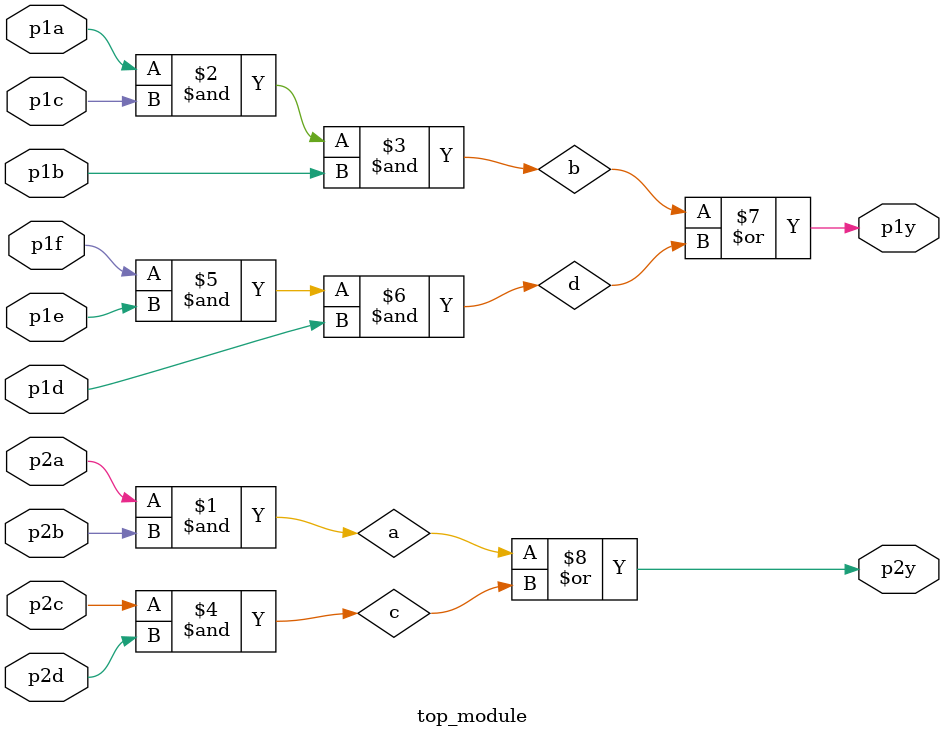
<source format=v>

module top_module ( 
    input p1a, p1b, p1c, p1d, p1e, p1f,
    output p1y,
    input p2a, p2b, p2c, p2d,
    output p2y );
wire a,b,c,d;
    assign a= p2a&p2b;
    assign b = p1a&p1c&p1b;
    assign c = p2c&p2d;
    assign d = p1f&p1e&p1d;
    assign p1y = b|d;
    assign p2y = a|c;

endmodule

</source>
